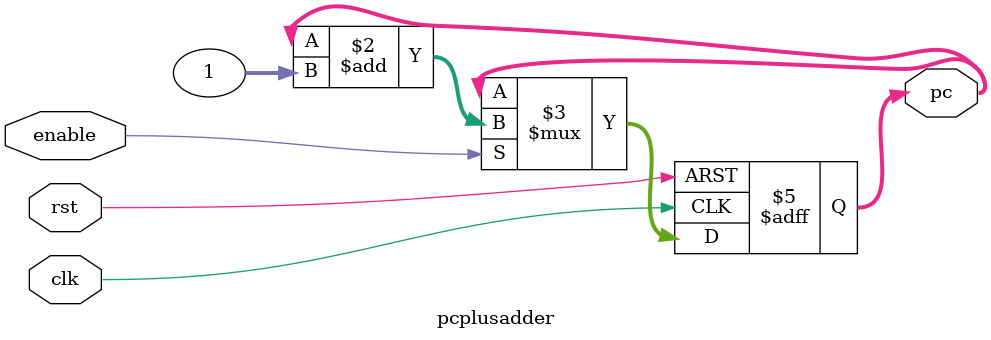
<source format=v>
module pcplusadder(input clk, rst, enable, output reg [31:0] pc);
  always@(posedge clk or posedge rst) begin
  if(rst) begin
    pc <= 32'b0;
  end
  else if(enable) begin
    pc <= pc + 32'b1;
  end
  end
endmodule

</source>
